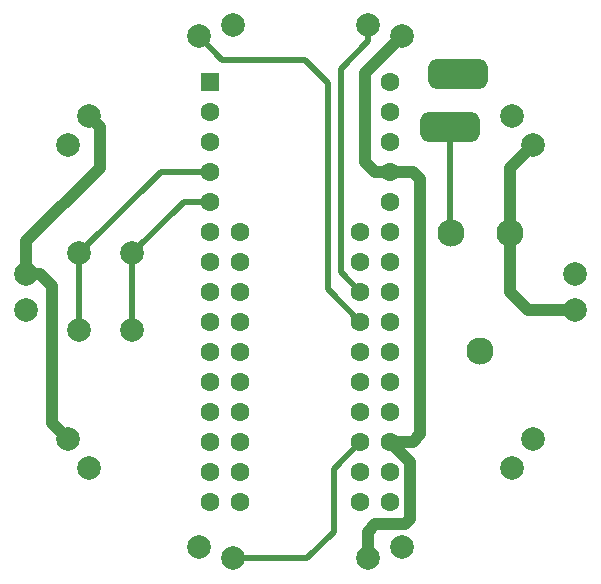
<source format=gbl>
%FSLAX42Y42*%
%MOMM*%
G71*
G01*
G75*
G04 Layer_Physical_Order=2*
G04 Layer_Color=65280*
%ADD10C,0.50*%
%ADD11C,1.00*%
G04:AMPARAMS|DCode=12|XSize=5mm|YSize=2.5mm|CornerRadius=0.63mm|HoleSize=0mm|Usage=FLASHONLY|Rotation=0.000|XOffset=0mm|YOffset=0mm|HoleType=Round|Shape=RoundedRectangle|*
%AMROUNDEDRECTD12*
21,1,5.00,1.25,0,0,0.0*
21,1,3.75,2.50,0,0,0.0*
1,1,1.25,1.88,-0.63*
1,1,1.25,-1.88,-0.63*
1,1,1.25,-1.88,0.63*
1,1,1.25,1.88,0.63*
%
%ADD12ROUNDEDRECTD12*%
%ADD13C,2.00*%
%ADD14C,1.60*%
%ADD15R,1.60X1.60*%
%ADD16C,2.30*%
D10*
X40Y1960D02*
X230Y1770D01*
Y24D02*
Y1770D01*
Y24D02*
X508Y-254D01*
X340Y1890D02*
X573Y2123D01*
X340Y168D02*
Y1890D01*
Y168D02*
X508Y0D01*
X-573Y-2256D02*
X54D01*
X280Y-2030D01*
Y-1498D01*
X508Y-1270D01*
X-661Y1960D02*
X40D01*
X-863Y2162D02*
X-661Y1960D01*
X1270Y504D02*
X1274Y500D01*
X1270Y504D02*
Y1397D01*
X-1185Y1016D02*
X-762D01*
X-1876Y325D02*
X-1185Y1016D01*
X-1876Y-325D02*
Y325D01*
X573Y2123D02*
Y2256D01*
X-1426Y325D02*
X-989Y762D01*
X-762D01*
X-1426Y-325D02*
Y325D01*
D11*
X635Y1016D02*
X762D01*
X550Y1101D02*
X635Y1016D01*
X550Y1101D02*
Y1849D01*
X1016Y-1206D02*
Y952D01*
X952Y1016D02*
X1016Y952D01*
X762Y1016D02*
X952D01*
Y-1270D02*
X1016Y-1206D01*
X762Y-1270D02*
X952D01*
X1774Y1047D02*
X1969Y1242D01*
X1774Y500D02*
Y1047D01*
X573Y-2256D02*
Y-2031D01*
X635Y-1968D01*
X889D01*
X930Y-1927D01*
Y-1438D01*
X762Y-1270D02*
X930Y-1438D01*
X-2100Y-1110D02*
Y50D01*
X-2202Y152D02*
X-2100Y50D01*
X-2323Y152D02*
X-2202D01*
X-1700Y1050D02*
Y1399D01*
X-2323Y427D02*
X-1700Y1050D01*
X-2323Y152D02*
Y427D01*
X-1789Y1488D02*
X-1700Y1399D01*
X-2100Y-1110D02*
X-1969Y-1242D01*
X550Y1849D02*
X863Y2162D01*
X1774Y1D02*
Y500D01*
X1927Y-152D02*
X2322D01*
X1774Y1D02*
X1927Y-152D01*
D12*
X1270Y1397D02*
D03*
X1333Y1842D02*
D03*
D13*
X-2323Y-152D02*
D03*
Y152D02*
D03*
X-1969Y-1242D02*
D03*
X-1789Y-1488D02*
D03*
X-573Y-2256D02*
D03*
X-863Y-2162D02*
D03*
X573Y-2256D02*
D03*
X863Y-2162D02*
D03*
X1969Y-1242D02*
D03*
X1789Y-1488D02*
D03*
X2322Y-152D02*
D03*
Y152D02*
D03*
X1789Y1488D02*
D03*
X1969Y1242D02*
D03*
X863Y2162D02*
D03*
X573Y2256D02*
D03*
X-863Y2162D02*
D03*
X-573Y2256D02*
D03*
X-1789Y1488D02*
D03*
X-1969Y1242D02*
D03*
X-1426Y-325D02*
D03*
Y325D02*
D03*
X-1876D02*
D03*
Y-325D02*
D03*
D14*
X762Y1778D02*
D03*
Y1524D02*
D03*
Y1270D02*
D03*
Y1016D02*
D03*
Y762D02*
D03*
Y508D02*
D03*
Y254D02*
D03*
Y0D02*
D03*
Y-254D02*
D03*
Y-508D02*
D03*
Y-762D02*
D03*
Y-1016D02*
D03*
Y-1270D02*
D03*
Y-1524D02*
D03*
Y-1778D02*
D03*
X-762D02*
D03*
Y-1524D02*
D03*
Y-1270D02*
D03*
Y-1016D02*
D03*
Y-762D02*
D03*
Y-508D02*
D03*
Y-254D02*
D03*
Y0D02*
D03*
Y254D02*
D03*
Y508D02*
D03*
Y762D02*
D03*
Y1016D02*
D03*
Y1270D02*
D03*
Y1524D02*
D03*
X-508Y-254D02*
D03*
X508D02*
D03*
Y-508D02*
D03*
X-508D02*
D03*
Y-762D02*
D03*
X508D02*
D03*
Y-1016D02*
D03*
X-508D02*
D03*
Y-1270D02*
D03*
X508D02*
D03*
Y-1524D02*
D03*
X-508D02*
D03*
Y-1778D02*
D03*
X508D02*
D03*
Y508D02*
D03*
X-508D02*
D03*
X508Y0D02*
D03*
X-508D02*
D03*
Y254D02*
D03*
X508D02*
D03*
D15*
X-762Y1778D02*
D03*
D16*
X1274Y500D02*
D03*
X1774D02*
D03*
X1524Y-500D02*
D03*
M02*

</source>
